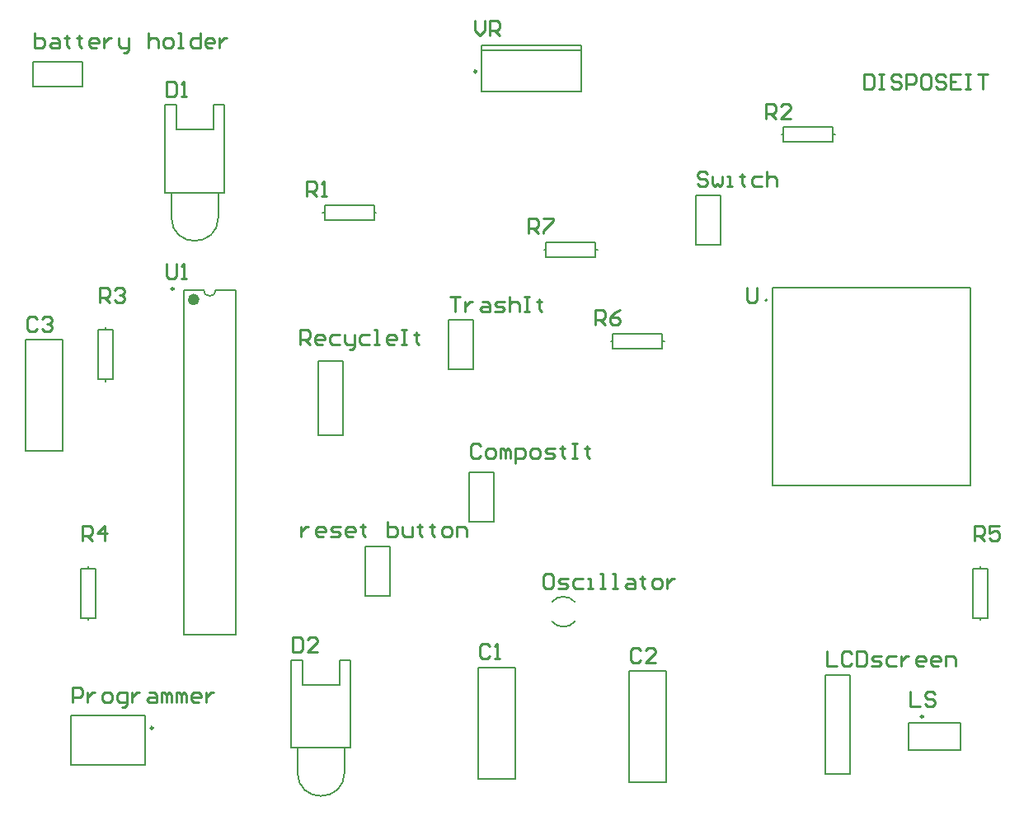
<source format=gto>
G04*
G04 #@! TF.GenerationSoftware,Altium Limited,Altium Designer,22.3.1 (43)*
G04*
G04 Layer_Color=65535*
%FSLAX43Y43*%
%MOMM*%
G71*
G04*
G04 #@! TF.SameCoordinates,807CCD13-CB5B-4CC3-81D7-37C4D7C0FF8C*
G04*
G04*
G04 #@! TF.FilePolarity,Positive*
G04*
G01*
G75*
%ADD10C,0.250*%
%ADD11C,0.200*%
%ADD12C,0.600*%
%ADD13C,0.127*%
%ADD14C,0.254*%
D10*
X50128Y77978D02*
G03*
X50128Y77978I-125J0D01*
G01*
X19048Y55656D02*
G03*
X19048Y55656I-125J0D01*
G01*
X96010Y11702D02*
G03*
X96010Y11702I-125J0D01*
G01*
X16904Y10541D02*
G03*
X16904Y10541I-125J0D01*
G01*
D11*
X79978Y54483D02*
G03*
X79978Y54483I-100J0D01*
G01*
X22098Y55546D02*
G03*
X23368Y55546I635J0D01*
G01*
X57900Y21457D02*
G03*
X60244Y21473I1165J1022D01*
G01*
X60234Y23485D02*
G03*
X57890Y23501I-1179J-1006D01*
G01*
X38735Y24130D02*
X41275D01*
X38735D02*
Y29210D01*
X41275D01*
Y24130D02*
Y29210D01*
X33909Y40640D02*
Y48260D01*
Y40640D02*
X36449D01*
Y48260D01*
X33909D02*
X36449D01*
X9652Y76454D02*
Y78994D01*
X4572Y76454D02*
X9652D01*
X4572D02*
Y78994D01*
X9652D01*
X50653Y80138D02*
X60853D01*
X50653Y80638D02*
X60853D01*
X50653Y75938D02*
X60853D01*
Y80638D01*
X50653Y75938D02*
Y80638D01*
X86741Y71501D02*
Y72263D01*
X81661D02*
X86741D01*
X81661Y70739D02*
Y72263D01*
Y70739D02*
X86741D01*
Y71501D01*
X81432D02*
X81661D01*
X86741D02*
X86970D01*
X49403Y31750D02*
X51943D01*
X49403D02*
Y36830D01*
X51943D01*
Y31750D02*
Y36830D01*
X11303Y51435D02*
X12065D01*
X11303Y46355D02*
Y51435D01*
Y46355D02*
X12827D01*
Y51435D01*
X12065D02*
X12827D01*
X12065Y46126D02*
Y46355D01*
Y51435D02*
Y51664D01*
X20083Y20146D02*
X25383D01*
X23368Y55546D02*
X25383D01*
X20083D02*
X22098D01*
X25383Y20146D02*
Y55546D01*
X20083Y20146D02*
Y55546D01*
X72644Y60198D02*
X75184D01*
X72644D02*
Y65278D01*
X75184D01*
Y60198D02*
Y65278D01*
X39624Y63500D02*
Y64262D01*
X34544D02*
X39624D01*
X34544Y62738D02*
Y64262D01*
Y62738D02*
X39624D01*
Y63500D01*
X34315D02*
X34544D01*
X39624D02*
X39853D01*
X47244Y47371D02*
X49784D01*
X47244D02*
Y52451D01*
X49784D01*
Y47371D02*
Y52451D01*
X3810Y38989D02*
X7620D01*
X3810D02*
Y50419D01*
X7620D01*
Y38989D02*
Y50419D01*
X101854Y21844D02*
X102616D01*
Y26924D01*
X101092D02*
X102616D01*
X101092Y21844D02*
Y26924D01*
Y21844D02*
X101854D01*
Y26924D02*
Y27153D01*
Y21615D02*
Y21844D01*
X64135Y49530D02*
Y50292D01*
Y49530D02*
X69215D01*
Y51054D01*
X64135D02*
X69215D01*
X64135Y50292D02*
Y51054D01*
X69215Y50292D02*
X69444D01*
X63906D02*
X64135D01*
X94485Y8252D02*
X99825D01*
X94485Y11052D02*
X99825D01*
Y8252D02*
Y11052D01*
X94485Y8252D02*
Y11052D01*
X85979Y5842D02*
X88519D01*
X85979D02*
Y16002D01*
X88519Y5842D02*
Y16002D01*
X85979D02*
X88519D01*
X57277Y58928D02*
Y59690D01*
Y58928D02*
X62357D01*
Y60452D01*
X57277D02*
X62357D01*
X57277Y59690D02*
Y60452D01*
X62357Y59690D02*
X62586D01*
X57048D02*
X57277D01*
X10287Y21844D02*
X11049D01*
Y26924D01*
X9525D02*
X11049D01*
X9525Y21844D02*
Y26924D01*
Y21844D02*
X10287D01*
Y26924D02*
Y27153D01*
Y21615D02*
Y21844D01*
X8509Y6731D02*
X16129D01*
Y11811D01*
X8509D02*
X16129D01*
X8509Y6731D02*
Y11811D01*
X65786Y16383D02*
X69596D01*
Y4953D02*
Y16383D01*
X65786Y4953D02*
X69596D01*
X65786D02*
Y16383D01*
X50292Y16764D02*
X54102D01*
Y5334D02*
Y16764D01*
X50292Y5334D02*
X54102D01*
X50292D02*
Y16764D01*
D12*
X21383Y54546D02*
G03*
X21383Y54546I-300J0D01*
G01*
D13*
X18796Y62992D02*
G03*
X23622Y62992I2413J0D01*
G01*
X31750Y5969D02*
G03*
X36576Y5969I2413J0D01*
G01*
X80518Y35433D02*
X100838D01*
Y55753D01*
X80518D02*
X100838D01*
X80518Y35433D02*
Y55753D01*
X18161Y65532D02*
Y74549D01*
Y65532D02*
X24257D01*
Y74549D01*
X18796Y62992D02*
Y65532D01*
X23622Y62992D02*
Y65532D01*
X18161Y74549D02*
X19304D01*
Y72009D02*
Y74549D01*
Y72009D02*
X23114D01*
Y74549D01*
X24257D01*
X31115Y8509D02*
Y17526D01*
Y8509D02*
X37211D01*
Y17526D01*
X31750Y5969D02*
Y8509D01*
X36576Y5969D02*
Y8509D01*
X31115Y17526D02*
X32258D01*
Y14986D02*
Y17526D01*
Y14986D02*
X36068D01*
Y17526D01*
X37211D01*
D14*
X89916Y77724D02*
Y76200D01*
X90678D01*
X90932Y76454D01*
Y77470D01*
X90678Y77724D01*
X89916D01*
X91440D02*
X91947D01*
X91693D01*
Y76200D01*
X91440D01*
X91947D01*
X93725Y77470D02*
X93471Y77724D01*
X92963D01*
X92709Y77470D01*
Y77216D01*
X92963Y76962D01*
X93471D01*
X93725Y76708D01*
Y76454D01*
X93471Y76200D01*
X92963D01*
X92709Y76454D01*
X94233Y76200D02*
Y77724D01*
X94994D01*
X95248Y77470D01*
Y76962D01*
X94994Y76708D01*
X94233D01*
X96518Y77724D02*
X96010D01*
X95756Y77470D01*
Y76454D01*
X96010Y76200D01*
X96518D01*
X96772Y76454D01*
Y77470D01*
X96518Y77724D01*
X98295Y77470D02*
X98041Y77724D01*
X97534D01*
X97280Y77470D01*
Y77216D01*
X97534Y76962D01*
X98041D01*
X98295Y76708D01*
Y76454D01*
X98041Y76200D01*
X97534D01*
X97280Y76454D01*
X99819Y77724D02*
X98803D01*
Y76200D01*
X99819D01*
X98803Y76962D02*
X99311D01*
X100327Y77724D02*
X100834D01*
X100581D01*
Y76200D01*
X100327D01*
X100834D01*
X101596Y77724D02*
X102612D01*
X102104D01*
Y76200D01*
X50013Y83210D02*
Y82194D01*
X50520Y81686D01*
X51028Y82194D01*
Y83210D01*
X51536Y81686D02*
Y83210D01*
X52298D01*
X52552Y82956D01*
Y82448D01*
X52298Y82194D01*
X51536D01*
X52044D02*
X52552Y81686D01*
X77902Y55778D02*
Y54508D01*
X78156Y54254D01*
X78664D01*
X78917Y54508D01*
Y55778D01*
X18313Y58191D02*
Y56921D01*
X18567Y56667D01*
X19075D01*
X19329Y56921D01*
Y58191D01*
X19837Y56667D02*
X20345D01*
X20091D01*
Y58191D01*
X19837Y57937D01*
X47396Y54838D02*
X48412D01*
X47904D01*
Y53315D01*
X48920Y54330D02*
Y53315D01*
Y53822D01*
X49174Y54076D01*
X49428Y54330D01*
X49682D01*
X50697D02*
X51205D01*
X51459Y54076D01*
Y53315D01*
X50697D01*
X50443Y53569D01*
X50697Y53822D01*
X51459D01*
X51967Y53315D02*
X52729D01*
X52983Y53569D01*
X52729Y53822D01*
X52221D01*
X51967Y54076D01*
X52221Y54330D01*
X52983D01*
X53490Y54838D02*
Y53315D01*
Y54076D01*
X53744Y54330D01*
X54252D01*
X54506Y54076D01*
Y53315D01*
X55014Y54838D02*
X55522D01*
X55268D01*
Y53315D01*
X55014D01*
X55522D01*
X56537Y54584D02*
Y54330D01*
X56284D01*
X56791D01*
X56537D01*
Y53569D01*
X56791Y53315D01*
X73812Y67411D02*
X73558Y67665D01*
X73050D01*
X72796Y67411D01*
Y67157D01*
X73050Y66903D01*
X73558D01*
X73812Y66649D01*
Y66396D01*
X73558Y66142D01*
X73050D01*
X72796Y66396D01*
X74320Y67157D02*
Y66396D01*
X74574Y66142D01*
X74828Y66396D01*
X75082Y66142D01*
X75336Y66396D01*
Y67157D01*
X75843Y66142D02*
X76351D01*
X76097D01*
Y67157D01*
X75843D01*
X77367Y67411D02*
Y67157D01*
X77113D01*
X77621D01*
X77367D01*
Y66396D01*
X77621Y66142D01*
X79398Y67157D02*
X78637D01*
X78383Y66903D01*
Y66396D01*
X78637Y66142D01*
X79398D01*
X79906Y67665D02*
Y66142D01*
Y66903D01*
X80160Y67157D01*
X80668D01*
X80922Y66903D01*
Y66142D01*
X32134Y31242D02*
Y30226D01*
Y30734D01*
X32388Y30988D01*
X32642Y31242D01*
X32896D01*
X34419Y30226D02*
X33911D01*
X33657Y30480D01*
Y30988D01*
X33911Y31242D01*
X34419D01*
X34673Y30988D01*
Y30734D01*
X33657D01*
X35181Y30226D02*
X35943D01*
X36196Y30480D01*
X35943Y30734D01*
X35435D01*
X35181Y30988D01*
X35435Y31242D01*
X36196D01*
X37466Y30226D02*
X36958D01*
X36704Y30480D01*
Y30988D01*
X36958Y31242D01*
X37466D01*
X37720Y30988D01*
Y30734D01*
X36704D01*
X38482Y31496D02*
Y31242D01*
X38228D01*
X38736D01*
X38482D01*
Y30480D01*
X38736Y30226D01*
X41021Y31750D02*
Y30226D01*
X41783D01*
X42037Y30480D01*
Y30734D01*
Y30988D01*
X41783Y31242D01*
X41021D01*
X42544D02*
Y30480D01*
X42798Y30226D01*
X43560D01*
Y31242D01*
X44322Y31496D02*
Y31242D01*
X44068D01*
X44576D01*
X44322D01*
Y30480D01*
X44576Y30226D01*
X45591Y31496D02*
Y31242D01*
X45337D01*
X45845D01*
X45591D01*
Y30480D01*
X45845Y30226D01*
X46861D02*
X47369D01*
X47623Y30480D01*
Y30988D01*
X47369Y31242D01*
X46861D01*
X46607Y30988D01*
Y30480D01*
X46861Y30226D01*
X48131D02*
Y31242D01*
X48892D01*
X49146Y30988D01*
Y30226D01*
X32006Y49911D02*
Y51435D01*
X32768D01*
X33022Y51181D01*
Y50673D01*
X32768Y50419D01*
X32006D01*
X32514D02*
X33022Y49911D01*
X34291D02*
X33783D01*
X33529Y50165D01*
Y50673D01*
X33783Y50927D01*
X34291D01*
X34545Y50673D01*
Y50419D01*
X33529D01*
X36069Y50927D02*
X35307D01*
X35053Y50673D01*
Y50165D01*
X35307Y49911D01*
X36069D01*
X36576Y50927D02*
Y50165D01*
X36830Y49911D01*
X37592D01*
Y49657D01*
X37338Y49403D01*
X37084D01*
X37592Y49911D02*
Y50927D01*
X39116D02*
X38354D01*
X38100Y50673D01*
Y50165D01*
X38354Y49911D01*
X39116D01*
X39624D02*
X40131D01*
X39877D01*
Y51435D01*
X39624D01*
X41655Y49911D02*
X41147D01*
X40893Y50165D01*
Y50673D01*
X41147Y50927D01*
X41655D01*
X41909Y50673D01*
Y50419D01*
X40893D01*
X42417Y51435D02*
X42924D01*
X42671D01*
Y49911D01*
X42417D01*
X42924D01*
X43940Y51181D02*
Y50927D01*
X43686D01*
X44194D01*
X43940D01*
Y50165D01*
X44194Y49911D01*
X55448Y61316D02*
Y62839D01*
X56210D01*
X56464Y62585D01*
Y62077D01*
X56210Y61823D01*
X55448D01*
X55956D02*
X56464Y61316D01*
X56972Y62839D02*
X57987D01*
Y62585D01*
X56972Y61570D01*
Y61316D01*
X62306Y51918D02*
Y53441D01*
X63068D01*
X63322Y53187D01*
Y52679D01*
X63068Y52425D01*
X62306D01*
X62814D02*
X63322Y51918D01*
X64845Y53441D02*
X64338Y53187D01*
X63830Y52679D01*
Y52172D01*
X64084Y51918D01*
X64591D01*
X64845Y52172D01*
Y52425D01*
X64591Y52679D01*
X63830D01*
X101244Y29769D02*
Y31292D01*
X102006D01*
X102260Y31038D01*
Y30531D01*
X102006Y30277D01*
X101244D01*
X101752D02*
X102260Y29769D01*
X103784Y31292D02*
X102768D01*
Y30531D01*
X103276Y30784D01*
X103530D01*
X103784Y30531D01*
Y30023D01*
X103530Y29769D01*
X103022D01*
X102768Y30023D01*
X9677Y29769D02*
Y31292D01*
X10439D01*
X10693Y31038D01*
Y30531D01*
X10439Y30277D01*
X9677D01*
X10185D02*
X10693Y29769D01*
X11963D02*
Y31292D01*
X11201Y30531D01*
X12217D01*
X11455Y54280D02*
Y55803D01*
X12217D01*
X12471Y55549D01*
Y55042D01*
X12217Y54788D01*
X11455D01*
X11963D02*
X12471Y54280D01*
X12979Y55549D02*
X13233Y55803D01*
X13741D01*
X13995Y55549D01*
Y55295D01*
X13741Y55042D01*
X13487D01*
X13741D01*
X13995Y54788D01*
Y54534D01*
X13741Y54280D01*
X13233D01*
X12979Y54534D01*
X79832Y73127D02*
Y74650D01*
X80594D01*
X80848Y74396D01*
Y73888D01*
X80594Y73634D01*
X79832D01*
X80340D02*
X80848Y73127D01*
X82371D02*
X81356D01*
X82371Y74142D01*
Y74396D01*
X82117Y74650D01*
X81610D01*
X81356Y74396D01*
X32715Y65126D02*
Y66649D01*
X33477D01*
X33731Y66395D01*
Y65887D01*
X33477Y65633D01*
X32715D01*
X33223D02*
X33731Y65126D01*
X34239D02*
X34747D01*
X34493D01*
Y66649D01*
X34239Y66395D01*
X8636Y13208D02*
Y14732D01*
X9398D01*
X9652Y14478D01*
Y13970D01*
X9398Y13716D01*
X8636D01*
X10160Y14224D02*
Y13208D01*
Y13716D01*
X10413Y13970D01*
X10667Y14224D01*
X10921D01*
X11937Y13208D02*
X12445D01*
X12699Y13462D01*
Y13970D01*
X12445Y14224D01*
X11937D01*
X11683Y13970D01*
Y13462D01*
X11937Y13208D01*
X13714Y12700D02*
X13968D01*
X14222Y12954D01*
Y14224D01*
X13460D01*
X13207Y13970D01*
Y13462D01*
X13460Y13208D01*
X14222D01*
X14730Y14224D02*
Y13208D01*
Y13716D01*
X14984Y13970D01*
X15238Y14224D01*
X15492D01*
X16507D02*
X17015D01*
X17269Y13970D01*
Y13208D01*
X16507D01*
X16254Y13462D01*
X16507Y13716D01*
X17269D01*
X17777Y13208D02*
Y14224D01*
X18031D01*
X18285Y13970D01*
Y13208D01*
Y13970D01*
X18539Y14224D01*
X18793Y13970D01*
Y13208D01*
X19301D02*
Y14224D01*
X19554D01*
X19808Y13970D01*
Y13208D01*
Y13970D01*
X20062Y14224D01*
X20316Y13970D01*
Y13208D01*
X21586D02*
X21078D01*
X20824Y13462D01*
Y13970D01*
X21078Y14224D01*
X21586D01*
X21840Y13970D01*
Y13716D01*
X20824D01*
X22348Y14224D02*
Y13208D01*
Y13716D01*
X22601Y13970D01*
X22855Y14224D01*
X23109D01*
X57759Y26416D02*
X57252D01*
X56998Y26162D01*
Y25146D01*
X57252Y24892D01*
X57759D01*
X58013Y25146D01*
Y26162D01*
X57759Y26416D01*
X58521Y24892D02*
X59283D01*
X59537Y25146D01*
X59283Y25400D01*
X58775D01*
X58521Y25654D01*
X58775Y25908D01*
X59537D01*
X61060D02*
X60299D01*
X60045Y25654D01*
Y25146D01*
X60299Y24892D01*
X61060D01*
X61568D02*
X62076D01*
X61822D01*
Y25908D01*
X61568D01*
X62838Y24892D02*
X63346D01*
X63092D01*
Y26416D01*
X62838D01*
X64107Y24892D02*
X64615D01*
X64361D01*
Y26416D01*
X64107D01*
X65631Y25908D02*
X66139D01*
X66393Y25654D01*
Y24892D01*
X65631D01*
X65377Y25146D01*
X65631Y25400D01*
X66393D01*
X67154Y26162D02*
Y25908D01*
X66900D01*
X67408D01*
X67154D01*
Y25146D01*
X67408Y24892D01*
X68424D02*
X68932D01*
X69186Y25146D01*
Y25654D01*
X68932Y25908D01*
X68424D01*
X68170Y25654D01*
Y25146D01*
X68424Y24892D01*
X69693Y25908D02*
Y24892D01*
Y25400D01*
X69947Y25654D01*
X70201Y25908D01*
X70455D01*
X94640Y14249D02*
Y12725D01*
X95656D01*
X97180Y13995D02*
X96926Y14249D01*
X96418D01*
X96164Y13995D01*
Y13741D01*
X96418Y13487D01*
X96926D01*
X97180Y13233D01*
Y12979D01*
X96926Y12725D01*
X96418D01*
X96164Y12979D01*
X86131Y18389D02*
Y16866D01*
X87147D01*
X88671Y18135D02*
X88417Y18389D01*
X87909D01*
X87655Y18135D01*
Y17120D01*
X87909Y16866D01*
X88417D01*
X88671Y17120D01*
X89178Y18389D02*
Y16866D01*
X89940D01*
X90194Y17120D01*
Y18135D01*
X89940Y18389D01*
X89178D01*
X90702Y16866D02*
X91464D01*
X91718Y17120D01*
X91464Y17373D01*
X90956D01*
X90702Y17627D01*
X90956Y17881D01*
X91718D01*
X93241D02*
X92479D01*
X92225Y17627D01*
Y17120D01*
X92479Y16866D01*
X93241D01*
X93749Y17881D02*
Y16866D01*
Y17373D01*
X94003Y17627D01*
X94257Y17881D01*
X94511D01*
X96034Y16866D02*
X95526D01*
X95272Y17120D01*
Y17627D01*
X95526Y17881D01*
X96034D01*
X96288Y17627D01*
Y17373D01*
X95272D01*
X97558Y16866D02*
X97050D01*
X96796Y17120D01*
Y17627D01*
X97050Y17881D01*
X97558D01*
X97812Y17627D01*
Y17373D01*
X96796D01*
X98319Y16866D02*
Y17881D01*
X99081D01*
X99335Y17627D01*
Y16866D01*
X31293Y19862D02*
Y18339D01*
X32055D01*
X32308Y18593D01*
Y19608D01*
X32055Y19862D01*
X31293D01*
X33832Y18339D02*
X32816D01*
X33832Y19354D01*
Y19608D01*
X33578Y19862D01*
X33070D01*
X32816Y19608D01*
X18339Y76911D02*
Y75387D01*
X19101D01*
X19354Y75641D01*
Y76657D01*
X19101Y76911D01*
X18339D01*
X19862Y75387D02*
X20370D01*
X20116D01*
Y76911D01*
X19862Y76657D01*
X50571Y39471D02*
X50317Y39725D01*
X49809D01*
X49555Y39471D01*
Y38456D01*
X49809Y38202D01*
X50317D01*
X50571Y38456D01*
X51333Y38202D02*
X51841D01*
X52095Y38456D01*
Y38963D01*
X51841Y39217D01*
X51333D01*
X51079Y38963D01*
Y38456D01*
X51333Y38202D01*
X52602D02*
Y39217D01*
X52856D01*
X53110Y38963D01*
Y38202D01*
Y38963D01*
X53364Y39217D01*
X53618Y38963D01*
Y38202D01*
X54126Y37694D02*
Y39217D01*
X54888D01*
X55142Y38963D01*
Y38456D01*
X54888Y38202D01*
X54126D01*
X55903D02*
X56411D01*
X56665Y38456D01*
Y38963D01*
X56411Y39217D01*
X55903D01*
X55649Y38963D01*
Y38456D01*
X55903Y38202D01*
X57173D02*
X57935D01*
X58189Y38456D01*
X57935Y38709D01*
X57427D01*
X57173Y38963D01*
X57427Y39217D01*
X58189D01*
X58950Y39471D02*
Y39217D01*
X58696D01*
X59204D01*
X58950D01*
Y38456D01*
X59204Y38202D01*
X59966Y39725D02*
X60474D01*
X60220D01*
Y38202D01*
X59966D01*
X60474D01*
X61490Y39471D02*
Y39217D01*
X61236D01*
X61743D01*
X61490D01*
Y38456D01*
X61743Y38202D01*
X4978Y52552D02*
X4724Y52806D01*
X4216D01*
X3962Y52552D01*
Y51537D01*
X4216Y51283D01*
X4724D01*
X4978Y51537D01*
X5486Y52552D02*
X5740Y52806D01*
X6248D01*
X6502Y52552D01*
Y52298D01*
X6248Y52044D01*
X5994D01*
X6248D01*
X6502Y51790D01*
Y51537D01*
X6248Y51283D01*
X5740D01*
X5486Y51537D01*
X66954Y18516D02*
X66700Y18770D01*
X66192D01*
X65938Y18516D01*
Y17501D01*
X66192Y17247D01*
X66700D01*
X66954Y17501D01*
X68478Y17247D02*
X67462D01*
X68478Y18262D01*
Y18516D01*
X68224Y18770D01*
X67716D01*
X67462Y18516D01*
X51460Y18897D02*
X51206Y19151D01*
X50698D01*
X50444Y18897D01*
Y17882D01*
X50698Y17628D01*
X51206D01*
X51460Y17882D01*
X51968Y17628D02*
X52476D01*
X52222D01*
Y19151D01*
X51968Y18897D01*
X4724Y81889D02*
Y80366D01*
X5486D01*
X5740Y80620D01*
Y80873D01*
Y81127D01*
X5486Y81381D01*
X4724D01*
X6502D02*
X7010D01*
X7264Y81127D01*
Y80366D01*
X6502D01*
X6248Y80620D01*
X6502Y80873D01*
X7264D01*
X8025Y81635D02*
Y81381D01*
X7771D01*
X8279D01*
X8025D01*
Y80620D01*
X8279Y80366D01*
X9295Y81635D02*
Y81381D01*
X9041D01*
X9549D01*
X9295D01*
Y80620D01*
X9549Y80366D01*
X11072D02*
X10565D01*
X10311Y80620D01*
Y81127D01*
X10565Y81381D01*
X11072D01*
X11326Y81127D01*
Y80873D01*
X10311D01*
X11834Y81381D02*
Y80366D01*
Y80873D01*
X12088Y81127D01*
X12342Y81381D01*
X12596D01*
X13358D02*
Y80620D01*
X13612Y80366D01*
X14373D01*
Y80112D01*
X14119Y79858D01*
X13865D01*
X14373Y80366D02*
Y81381D01*
X16405Y81889D02*
Y80366D01*
Y81127D01*
X16659Y81381D01*
X17166D01*
X17420Y81127D01*
Y80366D01*
X18182D02*
X18690D01*
X18944Y80620D01*
Y81127D01*
X18690Y81381D01*
X18182D01*
X17928Y81127D01*
Y80620D01*
X18182Y80366D01*
X19452D02*
X19959D01*
X19706D01*
Y81889D01*
X19452D01*
X21737D02*
Y80366D01*
X20975D01*
X20721Y80620D01*
Y81127D01*
X20975Y81381D01*
X21737D01*
X23006Y80366D02*
X22499D01*
X22245Y80620D01*
Y81127D01*
X22499Y81381D01*
X23006D01*
X23260Y81127D01*
Y80873D01*
X22245D01*
X23768Y81381D02*
Y80366D01*
Y80873D01*
X24022Y81127D01*
X24276Y81381D01*
X24530D01*
M02*

</source>
